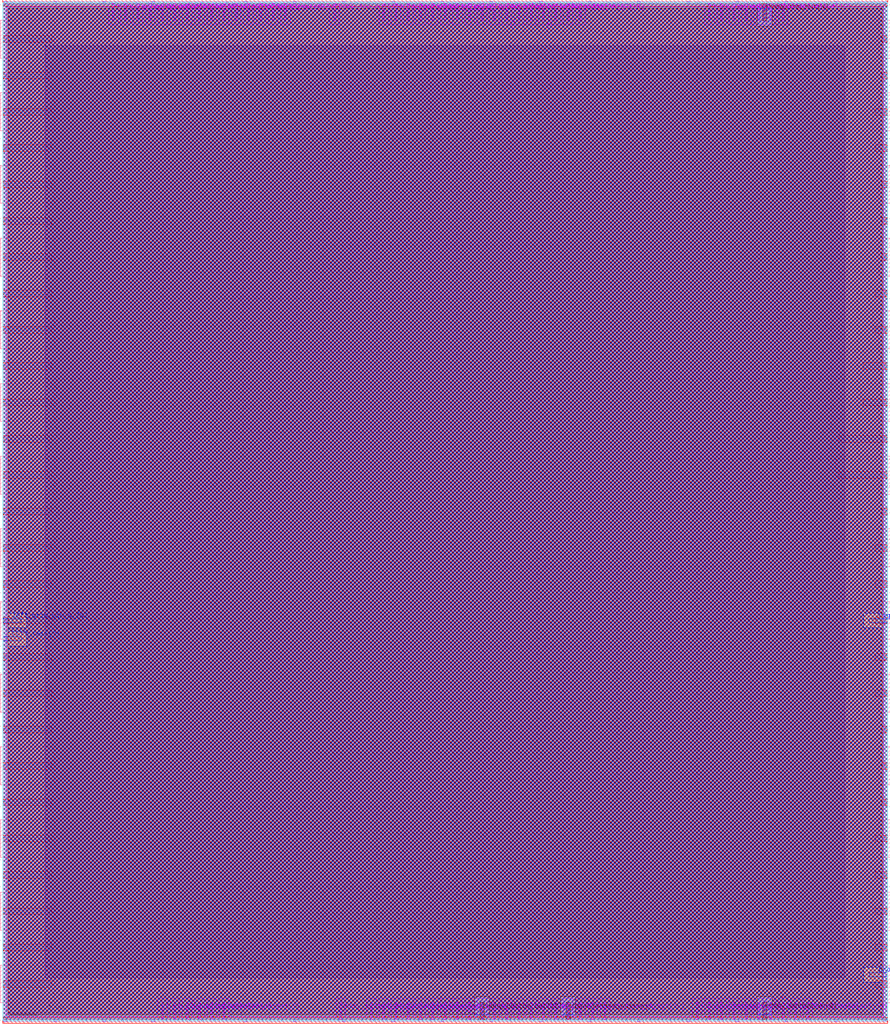
<source format=lef>
VERSION 5.7 ;
BUSBITCHARS "[]" ;

UNITS
  DATABASE MICRONS 1000 ;
END UNITS

MANUFACTURINGGRID 0.005 ;

LAYER nwell
  TYPE MASTERSLICE ;
END nwell

LAYER pwell
  TYPE MASTERSLICE ;
END pwell

LAYER fieldpoly
  TYPE MASTERSLICE ;
END fieldpoly

LAYER li1
  TYPE ROUTING ;
  DIRECTION VERTICAL ;
  PITCH 0.46 ;
  WIDTH 0.17 ;
END li1

LAYER mcon
  TYPE CUT ;
END mcon

LAYER met1
  TYPE ROUTING ;
  DIRECTION HORIZONTAL ;
  PITCH 0.34 ;
  WIDTH 0.14 ;
END met1

LAYER via
  TYPE CUT ;
END via

LAYER met2
  TYPE ROUTING ;
  DIRECTION VERTICAL ;
  PITCH 0.46 ;
  WIDTH 0.14 ;
END met2

LAYER via2
  TYPE CUT ;
END via2

LAYER met3
  TYPE ROUTING ;
  DIRECTION HORIZONTAL ;
  PITCH 0.68 ;
  WIDTH 0.3 ;
END met3

LAYER via3
  TYPE CUT ;
END via3

LAYER met4
  TYPE ROUTING ;
  DIRECTION VERTICAL ;
  PITCH 0.92 ;
  WIDTH 0.3 ;
END met4

LAYER via4
  TYPE CUT ;
END via4

LAYER met5
  TYPE ROUTING ;
  DIRECTION HORIZONTAL ;
  PITCH 3.4 ;
  WIDTH 1.6 ;
END met5

LAYER diff
  TYPE MASTERSLICE ;
END diff

LAYER licon1
  TYPE MASTERSLICE ;
END licon1

LAYER OVERLAP
  TYPE OVERLAP ;
END OVERLAP

VIA L1M1_PR
  LAYER li1 ;
    RECT -0.085 -0.085 0.085 0.085 ;
  LAYER mcon ;
    RECT -0.085 -0.085 0.085 0.085 ;
  LAYER met1 ;
    RECT -0.145 -0.115 0.145 0.115 ;
END L1M1_PR

VIA L1M1_PR_R
  LAYER li1 ;
    RECT -0.085 -0.085 0.085 0.085 ;
  LAYER mcon ;
    RECT -0.085 -0.085 0.085 0.085 ;
  LAYER met1 ;
    RECT -0.115 -0.145 0.115 0.145 ;
END L1M1_PR_R

VIA L1M1_PR_M
  LAYER li1 ;
    RECT -0.085 -0.085 0.085 0.085 ;
  LAYER mcon ;
    RECT -0.085 -0.085 0.085 0.085 ;
  LAYER met1 ;
    RECT -0.115 -0.145 0.115 0.145 ;
END L1M1_PR_M

VIA L1M1_PR_MR
  LAYER li1 ;
    RECT -0.085 -0.085 0.085 0.085 ;
  LAYER mcon ;
    RECT -0.085 -0.085 0.085 0.085 ;
  LAYER met1 ;
    RECT -0.145 -0.115 0.145 0.115 ;
END L1M1_PR_MR

VIA L1M1_PR_C
  LAYER li1 ;
    RECT -0.085 -0.085 0.085 0.085 ;
  LAYER mcon ;
    RECT -0.085 -0.085 0.085 0.085 ;
  LAYER met1 ;
    RECT -0.145 -0.145 0.145 0.145 ;
END L1M1_PR_C

VIA M1M2_PR
  LAYER met1 ;
    RECT -0.16 -0.13 0.16 0.13 ;
  LAYER via ;
    RECT -0.075 -0.075 0.075 0.075 ;
  LAYER met2 ;
    RECT -0.13 -0.16 0.13 0.16 ;
END M1M2_PR

VIA M1M2_PR_Enc
  LAYER met1 ;
    RECT -0.16 -0.13 0.16 0.13 ;
  LAYER via ;
    RECT -0.075 -0.075 0.075 0.075 ;
  LAYER met2 ;
    RECT -0.16 -0.13 0.16 0.13 ;
END M1M2_PR_Enc

VIA M1M2_PR_R
  LAYER met1 ;
    RECT -0.13 -0.16 0.13 0.16 ;
  LAYER via ;
    RECT -0.075 -0.075 0.075 0.075 ;
  LAYER met2 ;
    RECT -0.16 -0.13 0.16 0.13 ;
END M1M2_PR_R

VIA M1M2_PR_R_Enc
  LAYER met1 ;
    RECT -0.13 -0.16 0.13 0.16 ;
  LAYER via ;
    RECT -0.075 -0.075 0.075 0.075 ;
  LAYER met2 ;
    RECT -0.13 -0.16 0.13 0.16 ;
END M1M2_PR_R_Enc

VIA M1M2_PR_M
  LAYER met1 ;
    RECT -0.16 -0.13 0.16 0.13 ;
  LAYER via ;
    RECT -0.075 -0.075 0.075 0.075 ;
  LAYER met2 ;
    RECT -0.16 -0.13 0.16 0.13 ;
END M1M2_PR_M

VIA M1M2_PR_M_Enc
  LAYER met1 ;
    RECT -0.16 -0.13 0.16 0.13 ;
  LAYER via ;
    RECT -0.075 -0.075 0.075 0.075 ;
  LAYER met2 ;
    RECT -0.13 -0.16 0.13 0.16 ;
END M1M2_PR_M_Enc

VIA M1M2_PR_MR
  LAYER met1 ;
    RECT -0.13 -0.16 0.13 0.16 ;
  LAYER via ;
    RECT -0.075 -0.075 0.075 0.075 ;
  LAYER met2 ;
    RECT -0.13 -0.16 0.13 0.16 ;
END M1M2_PR_MR

VIA M1M2_PR_MR_Enc
  LAYER met1 ;
    RECT -0.13 -0.16 0.13 0.16 ;
  LAYER via ;
    RECT -0.075 -0.075 0.075 0.075 ;
  LAYER met2 ;
    RECT -0.16 -0.13 0.16 0.13 ;
END M1M2_PR_MR_Enc

VIA M1M2_PR_C
  LAYER met1 ;
    RECT -0.16 -0.16 0.16 0.16 ;
  LAYER via ;
    RECT -0.075 -0.075 0.075 0.075 ;
  LAYER met2 ;
    RECT -0.16 -0.16 0.16 0.16 ;
END M1M2_PR_C

VIA M2M3_PR
  LAYER met2 ;
    RECT -0.14 -0.185 0.14 0.185 ;
  LAYER via2 ;
    RECT -0.1 -0.1 0.1 0.1 ;
  LAYER met3 ;
    RECT -0.165 -0.165 0.165 0.165 ;
END M2M3_PR

VIA M2M3_PR_R
  LAYER met2 ;
    RECT -0.185 -0.14 0.185 0.14 ;
  LAYER via2 ;
    RECT -0.1 -0.1 0.1 0.1 ;
  LAYER met3 ;
    RECT -0.165 -0.165 0.165 0.165 ;
END M2M3_PR_R

VIA M2M3_PR_M
  LAYER met2 ;
    RECT -0.14 -0.185 0.14 0.185 ;
  LAYER via2 ;
    RECT -0.1 -0.1 0.1 0.1 ;
  LAYER met3 ;
    RECT -0.165 -0.165 0.165 0.165 ;
END M2M3_PR_M

VIA M2M3_PR_MR
  LAYER met2 ;
    RECT -0.185 -0.14 0.185 0.14 ;
  LAYER via2 ;
    RECT -0.1 -0.1 0.1 0.1 ;
  LAYER met3 ;
    RECT -0.165 -0.165 0.165 0.165 ;
END M2M3_PR_MR

VIA M2M3_PR_C
  LAYER met2 ;
    RECT -0.185 -0.185 0.185 0.185 ;
  LAYER via2 ;
    RECT -0.1 -0.1 0.1 0.1 ;
  LAYER met3 ;
    RECT -0.165 -0.165 0.165 0.165 ;
END M2M3_PR_C

VIA M3M4_PR
  LAYER met3 ;
    RECT -0.19 -0.16 0.19 0.16 ;
  LAYER via3 ;
    RECT -0.1 -0.1 0.1 0.1 ;
  LAYER met4 ;
    RECT -0.165 -0.165 0.165 0.165 ;
END M3M4_PR

VIA M3M4_PR_R
  LAYER met3 ;
    RECT -0.16 -0.19 0.16 0.19 ;
  LAYER via3 ;
    RECT -0.1 -0.1 0.1 0.1 ;
  LAYER met4 ;
    RECT -0.165 -0.165 0.165 0.165 ;
END M3M4_PR_R

VIA M3M4_PR_M
  LAYER met3 ;
    RECT -0.19 -0.16 0.19 0.16 ;
  LAYER via3 ;
    RECT -0.1 -0.1 0.1 0.1 ;
  LAYER met4 ;
    RECT -0.165 -0.165 0.165 0.165 ;
END M3M4_PR_M

VIA M3M4_PR_MR
  LAYER met3 ;
    RECT -0.16 -0.19 0.16 0.19 ;
  LAYER via3 ;
    RECT -0.1 -0.1 0.1 0.1 ;
  LAYER met4 ;
    RECT -0.165 -0.165 0.165 0.165 ;
END M3M4_PR_MR

VIA M3M4_PR_C
  LAYER met3 ;
    RECT -0.19 -0.19 0.19 0.19 ;
  LAYER via3 ;
    RECT -0.1 -0.1 0.1 0.1 ;
  LAYER met4 ;
    RECT -0.165 -0.165 0.165 0.165 ;
END M3M4_PR_C

VIA M4M5_PR
  LAYER met4 ;
    RECT -0.59 -0.59 0.59 0.59 ;
  LAYER via4 ;
    RECT -0.4 -0.4 0.4 0.4 ;
  LAYER met5 ;
    RECT -0.71 -0.71 0.71 0.71 ;
END M4M5_PR

VIA M4M5_PR_R
  LAYER met4 ;
    RECT -0.59 -0.59 0.59 0.59 ;
  LAYER via4 ;
    RECT -0.4 -0.4 0.4 0.4 ;
  LAYER met5 ;
    RECT -0.71 -0.71 0.71 0.71 ;
END M4M5_PR_R

VIA M4M5_PR_M
  LAYER met4 ;
    RECT -0.59 -0.59 0.59 0.59 ;
  LAYER via4 ;
    RECT -0.4 -0.4 0.4 0.4 ;
  LAYER met5 ;
    RECT -0.71 -0.71 0.71 0.71 ;
END M4M5_PR_M

VIA M4M5_PR_MR
  LAYER met4 ;
    RECT -0.59 -0.59 0.59 0.59 ;
  LAYER via4 ;
    RECT -0.4 -0.4 0.4 0.4 ;
  LAYER met5 ;
    RECT -0.71 -0.71 0.71 0.71 ;
END M4M5_PR_MR

VIA M4M5_PR_C
  LAYER met4 ;
    RECT -0.59 -0.59 0.59 0.59 ;
  LAYER via4 ;
    RECT -0.4 -0.4 0.4 0.4 ;
  LAYER met5 ;
    RECT -0.71 -0.71 0.71 0.71 ;
END M4M5_PR_C

SITE unit
  CLASS CORE ;
  SYMMETRY Y ;
  SIZE 0.46 BY 2.72 ;
END unit

SITE unithddbl
  CLASS CORE ;
  SIZE 0.46 BY 5.44 ;
END unithddbl

MACRO cby_0__1_
  CLASS BLOCK ;
  ORIGIN 0 0 ;
  SIZE 66.24 BY 76.16 ;
  SYMMETRY X Y ;
  PIN prog_clk[0]
    DIRECTION INPUT ;
    USE CLOCK ;
    PORT
      LAYER met3 ;
        RECT 64.86 3.25 66.24 3.55 ;
    END
  END prog_clk[0]
  PIN chany_bottom_in[0]
    DIRECTION INPUT ;
    USE SIGNAL ;
    PORT
      LAYER met2 ;
        RECT 44.09 0 44.23 1.36 ;
    END
  END chany_bottom_in[0]
  PIN chany_bottom_in[1]
    DIRECTION INPUT ;
    USE SIGNAL ;
    PORT
      LAYER met2 ;
        RECT 54.67 0 54.81 1.36 ;
    END
  END chany_bottom_in[1]
  PIN chany_bottom_in[2]
    DIRECTION INPUT ;
    USE SIGNAL ;
    PORT
      LAYER met2 ;
        RECT 29.37 0 29.51 1.36 ;
    END
  END chany_bottom_in[2]
  PIN chany_bottom_in[3]
    DIRECTION INPUT ;
    USE SIGNAL ;
    PORT
      LAYER met2 ;
        RECT 39.49 0 39.63 1.36 ;
    END
  END chany_bottom_in[3]
  PIN chany_bottom_in[4]
    DIRECTION INPUT ;
    USE SIGNAL ;
    PORT
      LAYER met2 ;
        RECT 25.23 0 25.37 1.36 ;
    END
  END chany_bottom_in[4]
  PIN chany_bottom_in[5]
    DIRECTION INPUT ;
    USE SIGNAL ;
    PORT
      LAYER met2 ;
        RECT 33.05 0 33.19 1.36 ;
    END
  END chany_bottom_in[5]
  PIN chany_bottom_in[6]
    DIRECTION INPUT ;
    USE SIGNAL ;
    PORT
      LAYER met2 ;
        RECT 14.65 0 14.79 1.36 ;
    END
  END chany_bottom_in[6]
  PIN chany_bottom_in[7]
    DIRECTION INPUT ;
    USE SIGNAL ;
    PORT
      LAYER met2 ;
        RECT 55.59 0 55.73 1.36 ;
    END
  END chany_bottom_in[7]
  PIN chany_bottom_in[8]
    DIRECTION INPUT ;
    USE SIGNAL ;
    PORT
      LAYER met4 ;
        RECT 56.89 0 57.19 1.36 ;
    END
  END chany_bottom_in[8]
  PIN chany_bottom_in[9]
    DIRECTION INPUT ;
    USE SIGNAL ;
    PORT
      LAYER met2 ;
        RECT 13.73 0 13.87 1.36 ;
    END
  END chany_bottom_in[9]
  PIN chany_bottom_in[10]
    DIRECTION INPUT ;
    USE SIGNAL ;
    PORT
      LAYER met2 ;
        RECT 28.45 0 28.59 1.36 ;
    END
  END chany_bottom_in[10]
  PIN chany_bottom_in[11]
    DIRECTION INPUT ;
    USE SIGNAL ;
    PORT
      LAYER met2 ;
        RECT 32.13 0 32.27 1.36 ;
    END
  END chany_bottom_in[11]
  PIN chany_bottom_in[12]
    DIRECTION INPUT ;
    USE SIGNAL ;
    PORT
      LAYER met2 ;
        RECT 12.81 0 12.95 1.36 ;
    END
  END chany_bottom_in[12]
  PIN chany_bottom_in[13]
    DIRECTION INPUT ;
    USE SIGNAL ;
    PORT
      LAYER met2 ;
        RECT 56.51 0 56.65 1.36 ;
    END
  END chany_bottom_in[13]
  PIN chany_bottom_in[14]
    DIRECTION INPUT ;
    USE SIGNAL ;
    PORT
      LAYER met2 ;
        RECT 33.97 0 34.11 1.36 ;
    END
  END chany_bottom_in[14]
  PIN chany_bottom_in[15]
    DIRECTION INPUT ;
    USE SIGNAL ;
    PORT
      LAYER met2 ;
        RECT 36.73 0 36.87 1.36 ;
    END
  END chany_bottom_in[15]
  PIN chany_bottom_in[16]
    DIRECTION INPUT ;
    USE SIGNAL ;
    PORT
      LAYER met2 ;
        RECT 59.27 0 59.41 1.36 ;
    END
  END chany_bottom_in[16]
  PIN chany_bottom_in[17]
    DIRECTION INPUT ;
    USE SIGNAL ;
    PORT
      LAYER met2 ;
        RECT 38.57 0 38.71 1.36 ;
    END
  END chany_bottom_in[17]
  PIN chany_bottom_in[18]
    DIRECTION INPUT ;
    USE SIGNAL ;
    PORT
      LAYER met2 ;
        RECT 34.89 0 35.03 1.36 ;
    END
  END chany_bottom_in[18]
  PIN chany_bottom_in[19]
    DIRECTION INPUT ;
    USE SIGNAL ;
    PORT
      LAYER met2 ;
        RECT 35.81 0 35.95 1.36 ;
    END
  END chany_bottom_in[19]
  PIN chany_top_in[0]
    DIRECTION INPUT ;
    USE SIGNAL ;
    PORT
      LAYER met2 ;
        RECT 40.41 74.8 40.55 76.16 ;
    END
  END chany_top_in[0]
  PIN chany_top_in[1]
    DIRECTION INPUT ;
    USE SIGNAL ;
    PORT
      LAYER met2 ;
        RECT 54.67 74.8 54.81 76.16 ;
    END
  END chany_top_in[1]
  PIN chany_top_in[2]
    DIRECTION INPUT ;
    USE SIGNAL ;
    PORT
      LAYER met2 ;
        RECT 29.37 74.8 29.51 76.16 ;
    END
  END chany_top_in[2]
  PIN chany_top_in[3]
    DIRECTION INPUT ;
    USE SIGNAL ;
    PORT
      LAYER met2 ;
        RECT 33.97 74.8 34.11 76.16 ;
    END
  END chany_top_in[3]
  PIN chany_top_in[4]
    DIRECTION INPUT ;
    USE SIGNAL ;
    PORT
      LAYER met2 ;
        RECT 31.21 74.8 31.35 76.16 ;
    END
  END chany_top_in[4]
  PIN chany_top_in[5]
    DIRECTION INPUT ;
    USE SIGNAL ;
    PORT
      LAYER met2 ;
        RECT 38.57 74.8 38.71 76.16 ;
    END
  END chany_top_in[5]
  PIN chany_top_in[6]
    DIRECTION INPUT ;
    USE SIGNAL ;
    PORT
      LAYER met2 ;
        RECT 10.97 74.8 11.11 76.16 ;
    END
  END chany_top_in[6]
  PIN chany_top_in[7]
    DIRECTION INPUT ;
    USE SIGNAL ;
    PORT
      LAYER met2 ;
        RECT 16.49 74.8 16.63 76.16 ;
    END
  END chany_top_in[7]
  PIN chany_top_in[8]
    DIRECTION INPUT ;
    USE SIGNAL ;
    PORT
      LAYER met2 ;
        RECT 35.81 74.8 35.95 76.16 ;
    END
  END chany_top_in[8]
  PIN chany_top_in[9]
    DIRECTION INPUT ;
    USE SIGNAL ;
    PORT
      LAYER met2 ;
        RECT 11.89 74.8 12.03 76.16 ;
    END
  END chany_top_in[9]
  PIN chany_top_in[10]
    DIRECTION INPUT ;
    USE SIGNAL ;
    PORT
      LAYER met2 ;
        RECT 55.59 74.8 55.73 76.16 ;
    END
  END chany_top_in[10]
  PIN chany_top_in[11]
    DIRECTION INPUT ;
    USE SIGNAL ;
    PORT
      LAYER met2 ;
        RECT 33.05 74.8 33.19 76.16 ;
    END
  END chany_top_in[11]
  PIN chany_top_in[12]
    DIRECTION INPUT ;
    USE SIGNAL ;
    PORT
      LAYER met2 ;
        RECT 17.41 74.8 17.55 76.16 ;
    END
  END chany_top_in[12]
  PIN chany_top_in[13]
    DIRECTION INPUT ;
    USE SIGNAL ;
    PORT
      LAYER met2 ;
        RECT 56.51 74.8 56.65 76.16 ;
    END
  END chany_top_in[13]
  PIN chany_top_in[14]
    DIRECTION INPUT ;
    USE SIGNAL ;
    PORT
      LAYER met2 ;
        RECT 15.57 74.8 15.71 76.16 ;
    END
  END chany_top_in[14]
  PIN chany_top_in[15]
    DIRECTION INPUT ;
    USE SIGNAL ;
    PORT
      LAYER met2 ;
        RECT 12.81 74.8 12.95 76.16 ;
    END
  END chany_top_in[15]
  PIN chany_top_in[16]
    DIRECTION INPUT ;
    USE SIGNAL ;
    PORT
      LAYER met2 ;
        RECT 41.33 74.8 41.47 76.16 ;
    END
  END chany_top_in[16]
  PIN chany_top_in[17]
    DIRECTION INPUT ;
    USE SIGNAL ;
    PORT
      LAYER met2 ;
        RECT 32.13 74.8 32.27 76.16 ;
    END
  END chany_top_in[17]
  PIN chany_top_in[18]
    DIRECTION INPUT ;
    USE SIGNAL ;
    PORT
      LAYER met2 ;
        RECT 14.65 74.8 14.79 76.16 ;
    END
  END chany_top_in[18]
  PIN chany_top_in[19]
    DIRECTION INPUT ;
    USE SIGNAL ;
    PORT
      LAYER met2 ;
        RECT 13.73 74.8 13.87 76.16 ;
    END
  END chany_top_in[19]
  PIN ccff_head[0]
    DIRECTION INPUT ;
    USE SIGNAL ;
    PORT
      LAYER met2 ;
        RECT 18.33 74.8 18.47 76.16 ;
    END
  END ccff_head[0]
  PIN chany_bottom_out[0]
    DIRECTION OUTPUT ;
    USE SIGNAL ;
    PORT
      LAYER met2 ;
        RECT 43.17 0 43.31 1.36 ;
    END
  END chany_bottom_out[0]
  PIN chany_bottom_out[1]
    DIRECTION OUTPUT ;
    USE SIGNAL ;
    PORT
      LAYER met2 ;
        RECT 52.83 0 52.97 1.36 ;
    END
  END chany_bottom_out[1]
  PIN chany_bottom_out[2]
    DIRECTION OUTPUT ;
    USE SIGNAL ;
    PORT
      LAYER met2 ;
        RECT 42.25 0 42.39 1.36 ;
    END
  END chany_bottom_out[2]
  PIN chany_bottom_out[3]
    DIRECTION OUTPUT ;
    USE SIGNAL ;
    PORT
      LAYER met2 ;
        RECT 16.49 0 16.63 1.36 ;
    END
  END chany_bottom_out[3]
  PIN chany_bottom_out[4]
    DIRECTION OUTPUT ;
    USE SIGNAL ;
    PORT
      LAYER met2 ;
        RECT 15.57 0 15.71 1.36 ;
    END
  END chany_bottom_out[4]
  PIN chany_bottom_out[5]
    DIRECTION OUTPUT ;
    USE SIGNAL ;
    PORT
      LAYER met2 ;
        RECT 30.29 0 30.43 1.36 ;
    END
  END chany_bottom_out[5]
  PIN chany_bottom_out[6]
    DIRECTION OUTPUT ;
    USE SIGNAL ;
    PORT
      LAYER met2 ;
        RECT 40.41 0 40.55 1.36 ;
    END
  END chany_bottom_out[6]
  PIN chany_bottom_out[7]
    DIRECTION OUTPUT ;
    USE SIGNAL ;
    PORT
      LAYER met2 ;
        RECT 58.35 0 58.49 1.36 ;
    END
  END chany_bottom_out[7]
  PIN chany_bottom_out[8]
    DIRECTION OUTPUT ;
    USE SIGNAL ;
    PORT
      LAYER met2 ;
        RECT 53.75 0 53.89 1.36 ;
    END
  END chany_bottom_out[8]
  PIN chany_bottom_out[9]
    DIRECTION OUTPUT ;
    USE SIGNAL ;
    PORT
      LAYER met2 ;
        RECT 41.33 0 41.47 1.36 ;
    END
  END chany_bottom_out[9]
  PIN chany_bottom_out[10]
    DIRECTION OUTPUT ;
    USE SIGNAL ;
    PORT
      LAYER met2 ;
        RECT 45.01 0 45.15 1.36 ;
    END
  END chany_bottom_out[10]
  PIN chany_bottom_out[11]
    DIRECTION OUTPUT ;
    USE SIGNAL ;
    PORT
      LAYER met2 ;
        RECT 31.21 0 31.35 1.36 ;
    END
  END chany_bottom_out[11]
  PIN chany_bottom_out[12]
    DIRECTION OUTPUT ;
    USE SIGNAL ;
    PORT
      LAYER met2 ;
        RECT 57.43 0 57.57 1.36 ;
    END
  END chany_bottom_out[12]
  PIN chany_bottom_out[13]
    DIRECTION OUTPUT ;
    USE SIGNAL ;
    PORT
      LAYER met2 ;
        RECT 51.91 0 52.05 1.36 ;
    END
  END chany_bottom_out[13]
  PIN chany_bottom_out[14]
    DIRECTION OUTPUT ;
    USE SIGNAL ;
    PORT
      LAYER met2 ;
        RECT 60.19 0 60.33 1.36 ;
    END
  END chany_bottom_out[14]
  PIN chany_bottom_out[15]
    DIRECTION OUTPUT ;
    USE SIGNAL ;
    PORT
      LAYER met2 ;
        RECT 27.53 0 27.67 1.36 ;
    END
  END chany_bottom_out[15]
  PIN chany_bottom_out[16]
    DIRECTION OUTPUT ;
    USE SIGNAL ;
    PORT
      LAYER met4 ;
        RECT 42.17 0 42.47 1.36 ;
    END
  END chany_bottom_out[16]
  PIN chany_bottom_out[17]
    DIRECTION OUTPUT ;
    USE SIGNAL ;
    PORT
      LAYER met2 ;
        RECT 37.65 0 37.79 1.36 ;
    END
  END chany_bottom_out[17]
  PIN chany_bottom_out[18]
    DIRECTION OUTPUT ;
    USE SIGNAL ;
    PORT
      LAYER met4 ;
        RECT 35.73 0 36.03 1.36 ;
    END
  END chany_bottom_out[18]
  PIN chany_bottom_out[19]
    DIRECTION OUTPUT ;
    USE SIGNAL ;
    PORT
      LAYER met2 ;
        RECT 11.89 0 12.03 1.36 ;
    END
  END chany_bottom_out[19]
  PIN chany_top_out[0]
    DIRECTION OUTPUT ;
    USE SIGNAL ;
    PORT
      LAYER met2 ;
        RECT 34.89 74.8 35.03 76.16 ;
    END
  END chany_top_out[0]
  PIN chany_top_out[1]
    DIRECTION OUTPUT ;
    USE SIGNAL ;
    PORT
      LAYER met2 ;
        RECT 24.77 74.8 24.91 76.16 ;
    END
  END chany_top_out[1]
  PIN chany_top_out[2]
    DIRECTION OUTPUT ;
    USE SIGNAL ;
    PORT
      LAYER met2 ;
        RECT 53.75 74.8 53.89 76.16 ;
    END
  END chany_top_out[2]
  PIN chany_top_out[3]
    DIRECTION OUTPUT ;
    USE SIGNAL ;
    PORT
      LAYER met2 ;
        RECT 36.73 74.8 36.87 76.16 ;
    END
  END chany_top_out[3]
  PIN chany_top_out[4]
    DIRECTION OUTPUT ;
    USE SIGNAL ;
    PORT
      LAYER met4 ;
        RECT 56.89 74.8 57.19 76.16 ;
    END
  END chany_top_out[4]
  PIN chany_top_out[5]
    DIRECTION OUTPUT ;
    USE SIGNAL ;
    PORT
      LAYER met2 ;
        RECT 52.83 74.8 52.97 76.16 ;
    END
  END chany_top_out[5]
  PIN chany_top_out[6]
    DIRECTION OUTPUT ;
    USE SIGNAL ;
    PORT
      LAYER met2 ;
        RECT 43.17 74.8 43.31 76.16 ;
    END
  END chany_top_out[6]
  PIN chany_top_out[7]
    DIRECTION OUTPUT ;
    USE SIGNAL ;
    PORT
      LAYER met2 ;
        RECT 10.05 74.8 10.19 76.16 ;
    END
  END chany_top_out[7]
  PIN chany_top_out[8]
    DIRECTION OUTPUT ;
    USE SIGNAL ;
    PORT
      LAYER met2 ;
        RECT 42.25 74.8 42.39 76.16 ;
    END
  END chany_top_out[8]
  PIN chany_top_out[9]
    DIRECTION OUTPUT ;
    USE SIGNAL ;
    PORT
      LAYER met2 ;
        RECT 8.21 74.8 8.35 76.16 ;
    END
  END chany_top_out[9]
  PIN chany_top_out[10]
    DIRECTION OUTPUT ;
    USE SIGNAL ;
    PORT
      LAYER met2 ;
        RECT 21.09 74.8 21.23 76.16 ;
    END
  END chany_top_out[10]
  PIN chany_top_out[11]
    DIRECTION OUTPUT ;
    USE SIGNAL ;
    PORT
      LAYER met2 ;
        RECT 37.65 74.8 37.79 76.16 ;
    END
  END chany_top_out[11]
  PIN chany_top_out[12]
    DIRECTION OUTPUT ;
    USE SIGNAL ;
    PORT
      LAYER met2 ;
        RECT 58.35 74.8 58.49 76.16 ;
    END
  END chany_top_out[12]
  PIN chany_top_out[13]
    DIRECTION OUTPUT ;
    USE SIGNAL ;
    PORT
      LAYER met2 ;
        RECT 39.49 74.8 39.63 76.16 ;
    END
  END chany_top_out[13]
  PIN chany_top_out[14]
    DIRECTION OUTPUT ;
    USE SIGNAL ;
    PORT
      LAYER met2 ;
        RECT 57.43 74.8 57.57 76.16 ;
    END
  END chany_top_out[14]
  PIN chany_top_out[15]
    DIRECTION OUTPUT ;
    USE SIGNAL ;
    PORT
      LAYER met2 ;
        RECT 9.13 74.8 9.27 76.16 ;
    END
  END chany_top_out[15]
  PIN chany_top_out[16]
    DIRECTION OUTPUT ;
    USE SIGNAL ;
    PORT
      LAYER met2 ;
        RECT 28.45 74.8 28.59 76.16 ;
    END
  END chany_top_out[16]
  PIN chany_top_out[17]
    DIRECTION OUTPUT ;
    USE SIGNAL ;
    PORT
      LAYER met2 ;
        RECT 20.17 74.8 20.31 76.16 ;
    END
  END chany_top_out[17]
  PIN chany_top_out[18]
    DIRECTION OUTPUT ;
    USE SIGNAL ;
    PORT
      LAYER met2 ;
        RECT 19.25 74.8 19.39 76.16 ;
    END
  END chany_top_out[18]
  PIN chany_top_out[19]
    DIRECTION OUTPUT ;
    USE SIGNAL ;
    PORT
      LAYER met2 ;
        RECT 30.29 74.8 30.43 76.16 ;
    END
  END chany_top_out[19]
  PIN right_grid_pin_52_[0]
    DIRECTION OUTPUT ;
    USE SIGNAL ;
    PORT
      LAYER met3 ;
        RECT 64.86 29.77 66.24 30.07 ;
    END
  END right_grid_pin_52_[0]
  PIN left_grid_pin_0_[0]
    DIRECTION OUTPUT ;
    USE SIGNAL ;
    PORT
      LAYER met3 ;
        RECT 0 29.77 1.38 30.07 ;
    END
  END left_grid_pin_0_[0]
  PIN ccff_tail[0]
    DIRECTION OUTPUT ;
    USE SIGNAL ;
    PORT
      LAYER met3 ;
        RECT 0 28.41 1.38 28.71 ;
    END
  END ccff_tail[0]
  PIN VDD
    DIRECTION INPUT ;
    USE POWER ;
  END VDD
  PIN VSS
    DIRECTION INPUT ;
    USE GROUND ;
  END VSS
  OBS
    LAYER li1 ;
      RECT 0 76.075 66.24 76.245 ;
      RECT 65.78 73.355 66.24 73.525 ;
      RECT 0 73.355 3.68 73.525 ;
      RECT 65.78 70.635 66.24 70.805 ;
      RECT 0 70.635 3.68 70.805 ;
      RECT 65.32 67.915 66.24 68.085 ;
      RECT 0 67.915 3.68 68.085 ;
      RECT 65.32 65.195 66.24 65.365 ;
      RECT 0 65.195 3.68 65.365 ;
      RECT 65.78 62.475 66.24 62.645 ;
      RECT 0 62.475 3.68 62.645 ;
      RECT 65.78 59.755 66.24 59.925 ;
      RECT 0 59.755 3.68 59.925 ;
      RECT 65.78 57.035 66.24 57.205 ;
      RECT 0 57.035 3.68 57.205 ;
      RECT 65.32 54.315 66.24 54.485 ;
      RECT 0 54.315 3.68 54.485 ;
      RECT 65.32 51.595 66.24 51.765 ;
      RECT 0 51.595 3.68 51.765 ;
      RECT 64.4 48.875 66.24 49.045 ;
      RECT 0 48.875 3.68 49.045 ;
      RECT 64.4 46.155 66.24 46.325 ;
      RECT 0 46.155 3.68 46.325 ;
      RECT 62.56 43.435 66.24 43.605 ;
      RECT 0 43.435 3.68 43.605 ;
      RECT 62.56 40.715 66.24 40.885 ;
      RECT 0 40.715 3.68 40.885 ;
      RECT 65.78 37.995 66.24 38.165 ;
      RECT 0 37.995 3.68 38.165 ;
      RECT 65.32 35.275 66.24 35.445 ;
      RECT 0 35.275 3.68 35.445 ;
      RECT 65.32 32.555 66.24 32.725 ;
      RECT 0 32.555 3.68 32.725 ;
      RECT 65.32 29.835 66.24 30.005 ;
      RECT 0 29.835 3.68 30.005 ;
      RECT 65.32 27.115 66.24 27.285 ;
      RECT 0 27.115 3.68 27.285 ;
      RECT 65.32 24.395 66.24 24.565 ;
      RECT 0 24.395 3.68 24.565 ;
      RECT 65.78 21.675 66.24 21.845 ;
      RECT 0 21.675 3.68 21.845 ;
      RECT 65.78 18.955 66.24 19.125 ;
      RECT 0 18.955 3.68 19.125 ;
      RECT 65.78 16.235 66.24 16.405 ;
      RECT 0 16.235 3.68 16.405 ;
      RECT 65.32 13.515 66.24 13.685 ;
      RECT 0 13.515 3.68 13.685 ;
      RECT 65.32 10.795 66.24 10.965 ;
      RECT 0 10.795 3.68 10.965 ;
      RECT 65.32 8.075 66.24 8.245 ;
      RECT 0 8.075 3.68 8.245 ;
      RECT 65.32 5.355 66.24 5.525 ;
      RECT 0 5.355 3.68 5.525 ;
      RECT 65.32 2.635 66.24 2.805 ;
      RECT 0 2.635 3.68 2.805 ;
      RECT 0 -0.085 66.24 0.085 ;
    LAYER met3 ;
      POLYGON 65.84 75.76 65.84 30.47 64.46 30.47 64.46 29.37 65.84 29.37 65.84 3.95 64.46 3.95 64.46 2.85 65.84 2.85 65.84 0.4 0.4 0.4 0.4 28.01 1.78 28.01 1.78 29.11 0.4 29.11 0.4 29.37 1.78 29.37 1.78 30.47 0.4 30.47 0.4 75.76 ;
    LAYER met2 ;
      POLYGON 38.25 74.87 38.25 74.62 38.31 74.62 38.31 74.3 38.05 74.3 38.05 74.52 38.07 74.52 38.07 74.87 ;
      RECT 40.81 74.3 41.07 74.62 ;
      POLYGON 65.96 75.88 65.96 0.28 60.61 0.28 60.61 1.64 59.91 1.64 59.91 0.28 59.69 0.28 59.69 1.64 58.99 1.64 58.99 0.28 58.77 0.28 58.77 1.64 58.07 1.64 58.07 0.28 57.85 0.28 57.85 1.64 57.15 1.64 57.15 0.28 56.93 0.28 56.93 1.64 56.23 1.64 56.23 0.28 56.01 0.28 56.01 1.64 55.31 1.64 55.31 0.28 55.09 0.28 55.09 1.64 54.39 1.64 54.39 0.28 54.17 0.28 54.17 1.64 53.47 1.64 53.47 0.28 53.25 0.28 53.25 1.64 52.55 1.64 52.55 0.28 52.33 0.28 52.33 1.64 51.63 1.64 51.63 0.28 45.43 0.28 45.43 1.64 44.73 1.64 44.73 0.28 44.51 0.28 44.51 1.64 43.81 1.64 43.81 0.28 43.59 0.28 43.59 1.64 42.89 1.64 42.89 0.28 42.67 0.28 42.67 1.64 41.97 1.64 41.97 0.28 41.75 0.28 41.75 1.64 41.05 1.64 41.05 0.28 40.83 0.28 40.83 1.64 40.13 1.64 40.13 0.28 39.91 0.28 39.91 1.64 39.21 1.64 39.21 0.28 38.99 0.28 38.99 1.64 38.29 1.64 38.29 0.28 38.07 0.28 38.07 1.64 37.37 1.64 37.37 0.28 37.15 0.28 37.15 1.64 36.45 1.64 36.45 0.28 36.23 0.28 36.23 1.64 35.53 1.64 35.53 0.28 35.31 0.28 35.31 1.64 34.61 1.64 34.61 0.28 34.39 0.28 34.39 1.64 33.69 1.64 33.69 0.28 33.47 0.28 33.47 1.64 32.77 1.64 32.77 0.28 32.55 0.28 32.55 1.64 31.85 1.64 31.85 0.28 31.63 0.28 31.63 1.64 30.93 1.64 30.93 0.28 30.71 0.28 30.71 1.64 30.01 1.64 30.01 0.28 29.79 0.28 29.79 1.64 29.09 1.64 29.09 0.28 28.87 0.28 28.87 1.64 28.17 1.64 28.17 0.28 27.95 0.28 27.95 1.64 27.25 1.64 27.25 0.28 25.65 0.28 25.65 1.64 24.95 1.64 24.95 0.28 16.91 0.28 16.91 1.64 16.21 1.64 16.21 0.28 15.99 0.28 15.99 1.64 15.29 1.64 15.29 0.28 15.07 0.28 15.07 1.64 14.37 1.64 14.37 0.28 14.15 0.28 14.15 1.64 13.45 1.64 13.45 0.28 13.23 0.28 13.23 1.64 12.53 1.64 12.53 0.28 12.31 0.28 12.31 1.64 11.61 1.64 11.61 0.28 0.28 0.28 0.28 75.88 7.93 75.88 7.93 74.52 8.63 74.52 8.63 75.88 8.85 75.88 8.85 74.52 9.55 74.52 9.55 75.88 9.77 75.88 9.77 74.52 10.47 74.52 10.47 75.88 10.69 75.88 10.69 74.52 11.39 74.52 11.39 75.88 11.61 75.88 11.61 74.52 12.31 74.52 12.31 75.88 12.53 75.88 12.53 74.52 13.23 74.52 13.23 75.88 13.45 75.88 13.45 74.52 14.15 74.52 14.15 75.88 14.37 75.88 14.37 74.52 15.07 74.52 15.07 75.88 15.29 75.88 15.29 74.52 15.99 74.52 15.99 75.88 16.21 75.88 16.21 74.52 16.91 74.52 16.91 75.88 17.13 75.88 17.13 74.52 17.83 74.52 17.83 75.88 18.05 75.88 18.05 74.52 18.75 74.52 18.75 75.88 18.97 75.88 18.97 74.52 19.67 74.52 19.67 75.88 19.89 75.88 19.89 74.52 20.59 74.52 20.59 75.88 20.81 75.88 20.81 74.52 21.51 74.52 21.51 75.88 24.49 75.88 24.49 74.52 25.19 74.52 25.19 75.88 28.17 75.88 28.17 74.52 28.87 74.52 28.87 75.88 29.09 75.88 29.09 74.52 29.79 74.52 29.79 75.88 30.01 75.88 30.01 74.52 30.71 74.52 30.71 75.88 30.93 75.88 30.93 74.52 31.63 74.52 31.63 75.88 31.85 75.88 31.85 74.52 32.55 74.52 32.55 75.88 32.77 75.88 32.77 74.52 33.47 74.52 33.47 75.88 33.69 75.88 33.69 74.52 34.39 74.52 34.39 75.88 34.61 75.88 34.61 74.52 35.31 74.52 35.31 75.88 35.53 75.88 35.53 74.52 36.23 74.52 36.23 75.88 36.45 75.88 36.45 74.52 37.15 74.52 37.15 75.88 37.37 75.88 37.37 74.52 38.07 74.52 38.07 75.88 38.29 75.88 38.29 74.52 38.99 74.52 38.99 75.88 39.21 75.88 39.21 74.52 39.91 74.52 39.91 75.88 40.13 75.88 40.13 74.52 40.83 74.52 40.83 75.88 41.05 75.88 41.05 74.52 41.75 74.52 41.75 75.88 41.97 75.88 41.97 74.52 42.67 74.52 42.67 75.88 42.89 75.88 42.89 74.52 43.59 74.52 43.59 75.88 52.55 75.88 52.55 74.52 53.25 74.52 53.25 75.88 53.47 75.88 53.47 74.52 54.17 74.52 54.17 75.88 54.39 75.88 54.39 74.52 55.09 74.52 55.09 75.88 55.31 75.88 55.31 74.52 56.01 74.52 56.01 75.88 56.23 75.88 56.23 74.52 56.93 74.52 56.93 75.88 57.15 75.88 57.15 74.52 57.85 74.52 57.85 75.88 58.07 75.88 58.07 74.52 58.77 74.52 58.77 75.88 ;
    LAYER met4 ;
      POLYGON 65.84 75.76 65.84 0.4 57.59 0.4 57.59 1.76 56.49 1.76 56.49 0.4 42.87 0.4 42.87 1.76 41.77 1.76 41.77 0.4 36.43 0.4 36.43 1.76 35.33 1.76 35.33 0.4 0.4 0.4 0.4 75.76 56.49 75.76 56.49 74.4 57.59 74.4 57.59 75.76 ;
    LAYER li1 ;
      RECT 17.105 75.35 17.855 75.895 ;
      RECT 17.105 0.265 17.855 0.81 ;
      RECT 0.34 0.34 65.9 75.82 ;
    LAYER met1 ;
      RECT 0 75.92 66.24 76.4 ;
      RECT 65.78 73.2 66.24 73.68 ;
      RECT 0 73.2 3.68 73.68 ;
      RECT 65.78 70.48 66.24 70.96 ;
      RECT 0 70.48 3.68 70.96 ;
      RECT 65.32 67.76 66.24 68.24 ;
      RECT 0 67.76 3.68 68.24 ;
      RECT 65.32 65.04 66.24 65.52 ;
      RECT 0 65.04 3.68 65.52 ;
      RECT 65.78 62.32 66.24 62.8 ;
      RECT 0 62.32 3.68 62.8 ;
      RECT 65.78 59.6 66.24 60.08 ;
      RECT 0 59.6 3.68 60.08 ;
      RECT 65.78 56.88 66.24 57.36 ;
      RECT 0 56.88 3.68 57.36 ;
      RECT 65.32 54.16 66.24 54.64 ;
      RECT 0 54.16 3.68 54.64 ;
      RECT 65.32 51.44 66.24 51.92 ;
      RECT 0 51.44 3.68 51.92 ;
      RECT 64.4 48.72 66.24 49.2 ;
      RECT 0 48.72 3.68 49.2 ;
      RECT 64.4 46 66.24 46.48 ;
      RECT 0 46 3.68 46.48 ;
      RECT 62.56 43.28 66.24 43.76 ;
      RECT 0 43.28 3.68 43.76 ;
      RECT 62.56 40.56 66.24 41.04 ;
      RECT 0 40.56 3.68 41.04 ;
      RECT 65.78 37.84 66.24 38.32 ;
      RECT 0 37.84 3.68 38.32 ;
      RECT 65.32 35.12 66.24 35.6 ;
      RECT 0 35.12 3.68 35.6 ;
      RECT 65.32 32.4 66.24 32.88 ;
      RECT 0 32.4 3.68 32.88 ;
      RECT 65.32 29.68 66.24 30.16 ;
      RECT 0 29.68 3.68 30.16 ;
      RECT 65.32 26.96 66.24 27.44 ;
      RECT 0 26.96 3.68 27.44 ;
      RECT 65.32 24.24 66.24 24.72 ;
      RECT 0 24.24 3.68 24.72 ;
      RECT 65.78 21.52 66.24 22 ;
      RECT 0 21.52 3.68 22 ;
      RECT 65.78 18.8 66.24 19.28 ;
      RECT 0 18.8 3.68 19.28 ;
      RECT 65.78 16.08 66.24 16.56 ;
      RECT 0 16.08 3.68 16.56 ;
      RECT 65.32 13.36 66.24 13.84 ;
      RECT 0 13.36 3.68 13.84 ;
      RECT 65.32 10.64 66.24 11.12 ;
      RECT 0 10.64 3.68 11.12 ;
      RECT 65.32 7.92 66.24 8.4 ;
      RECT 0 7.92 3.68 8.4 ;
      RECT 65.32 5.2 66.24 5.68 ;
      RECT 0 5.2 3.68 5.68 ;
      RECT 65.32 2.48 66.24 2.96 ;
      RECT 0 2.48 3.68 2.96 ;
      RECT 0 -0.24 66.24 0.24 ;
      RECT 0.28 0.28 65.96 75.88 ;
    LAYER met5 ;
      RECT 3.2 3.2 63.04 72.96 ;
    LAYER mcon ;
      RECT 65.925 76.075 66.095 76.245 ;
      RECT 65.465 76.075 65.635 76.245 ;
      RECT 65.005 76.075 65.175 76.245 ;
      RECT 64.545 76.075 64.715 76.245 ;
      RECT 64.085 76.075 64.255 76.245 ;
      RECT 63.625 76.075 63.795 76.245 ;
      RECT 63.165 76.075 63.335 76.245 ;
      RECT 62.705 76.075 62.875 76.245 ;
      RECT 62.245 76.075 62.415 76.245 ;
      RECT 61.785 76.075 61.955 76.245 ;
      RECT 61.325 76.075 61.495 76.245 ;
      RECT 60.865 76.075 61.035 76.245 ;
      RECT 60.405 76.075 60.575 76.245 ;
      RECT 59.945 76.075 60.115 76.245 ;
      RECT 59.485 76.075 59.655 76.245 ;
      RECT 59.025 76.075 59.195 76.245 ;
      RECT 58.565 76.075 58.735 76.245 ;
      RECT 58.105 76.075 58.275 76.245 ;
      RECT 57.645 76.075 57.815 76.245 ;
      RECT 57.185 76.075 57.355 76.245 ;
      RECT 56.725 76.075 56.895 76.245 ;
      RECT 56.265 76.075 56.435 76.245 ;
      RECT 55.805 76.075 55.975 76.245 ;
      RECT 55.345 76.075 55.515 76.245 ;
      RECT 54.885 76.075 55.055 76.245 ;
      RECT 54.425 76.075 54.595 76.245 ;
      RECT 53.965 76.075 54.135 76.245 ;
      RECT 53.505 76.075 53.675 76.245 ;
      RECT 53.045 76.075 53.215 76.245 ;
      RECT 52.585 76.075 52.755 76.245 ;
      RECT 52.125 76.075 52.295 76.245 ;
      RECT 51.665 76.075 51.835 76.245 ;
      RECT 51.205 76.075 51.375 76.245 ;
      RECT 50.745 76.075 50.915 76.245 ;
      RECT 50.285 76.075 50.455 76.245 ;
      RECT 49.825 76.075 49.995 76.245 ;
      RECT 49.365 76.075 49.535 76.245 ;
      RECT 48.905 76.075 49.075 76.245 ;
      RECT 48.445 76.075 48.615 76.245 ;
      RECT 47.985 76.075 48.155 76.245 ;
      RECT 47.525 76.075 47.695 76.245 ;
      RECT 47.065 76.075 47.235 76.245 ;
      RECT 46.605 76.075 46.775 76.245 ;
      RECT 46.145 76.075 46.315 76.245 ;
      RECT 45.685 76.075 45.855 76.245 ;
      RECT 45.225 76.075 45.395 76.245 ;
      RECT 44.765 76.075 44.935 76.245 ;
      RECT 44.305 76.075 44.475 76.245 ;
      RECT 43.845 76.075 44.015 76.245 ;
      RECT 43.385 76.075 43.555 76.245 ;
      RECT 42.925 76.075 43.095 76.245 ;
      RECT 42.465 76.075 42.635 76.245 ;
      RECT 42.005 76.075 42.175 76.245 ;
      RECT 41.545 76.075 41.715 76.245 ;
      RECT 41.085 76.075 41.255 76.245 ;
      RECT 40.625 76.075 40.795 76.245 ;
      RECT 40.165 76.075 40.335 76.245 ;
      RECT 39.705 76.075 39.875 76.245 ;
      RECT 39.245 76.075 39.415 76.245 ;
      RECT 38.785 76.075 38.955 76.245 ;
      RECT 38.325 76.075 38.495 76.245 ;
      RECT 37.865 76.075 38.035 76.245 ;
      RECT 37.405 76.075 37.575 76.245 ;
      RECT 36.945 76.075 37.115 76.245 ;
      RECT 36.485 76.075 36.655 76.245 ;
      RECT 36.025 76.075 36.195 76.245 ;
      RECT 35.565 76.075 35.735 76.245 ;
      RECT 35.105 76.075 35.275 76.245 ;
      RECT 34.645 76.075 34.815 76.245 ;
      RECT 34.185 76.075 34.355 76.245 ;
      RECT 33.725 76.075 33.895 76.245 ;
      RECT 33.265 76.075 33.435 76.245 ;
      RECT 32.805 76.075 32.975 76.245 ;
      RECT 32.345 76.075 32.515 76.245 ;
      RECT 31.885 76.075 32.055 76.245 ;
      RECT 31.425 76.075 31.595 76.245 ;
      RECT 30.965 76.075 31.135 76.245 ;
      RECT 30.505 76.075 30.675 76.245 ;
      RECT 30.045 76.075 30.215 76.245 ;
      RECT 29.585 76.075 29.755 76.245 ;
      RECT 29.125 76.075 29.295 76.245 ;
      RECT 28.665 76.075 28.835 76.245 ;
      RECT 28.205 76.075 28.375 76.245 ;
      RECT 27.745 76.075 27.915 76.245 ;
      RECT 27.285 76.075 27.455 76.245 ;
      RECT 26.825 76.075 26.995 76.245 ;
      RECT 26.365 76.075 26.535 76.245 ;
      RECT 25.905 76.075 26.075 76.245 ;
      RECT 25.445 76.075 25.615 76.245 ;
      RECT 24.985 76.075 25.155 76.245 ;
      RECT 24.525 76.075 24.695 76.245 ;
      RECT 24.065 76.075 24.235 76.245 ;
      RECT 23.605 76.075 23.775 76.245 ;
      RECT 23.145 76.075 23.315 76.245 ;
      RECT 22.685 76.075 22.855 76.245 ;
      RECT 22.225 76.075 22.395 76.245 ;
      RECT 21.765 76.075 21.935 76.245 ;
      RECT 21.305 76.075 21.475 76.245 ;
      RECT 20.845 76.075 21.015 76.245 ;
      RECT 20.385 76.075 20.555 76.245 ;
      RECT 19.925 76.075 20.095 76.245 ;
      RECT 19.465 76.075 19.635 76.245 ;
      RECT 19.005 76.075 19.175 76.245 ;
      RECT 18.545 76.075 18.715 76.245 ;
      RECT 18.085 76.075 18.255 76.245 ;
      RECT 17.625 76.075 17.795 76.245 ;
      RECT 17.165 76.075 17.335 76.245 ;
      RECT 16.705 76.075 16.875 76.245 ;
      RECT 16.245 76.075 16.415 76.245 ;
      RECT 15.785 76.075 15.955 76.245 ;
      RECT 15.325 76.075 15.495 76.245 ;
      RECT 14.865 76.075 15.035 76.245 ;
      RECT 14.405 76.075 14.575 76.245 ;
      RECT 13.945 76.075 14.115 76.245 ;
      RECT 13.485 76.075 13.655 76.245 ;
      RECT 13.025 76.075 13.195 76.245 ;
      RECT 12.565 76.075 12.735 76.245 ;
      RECT 12.105 76.075 12.275 76.245 ;
      RECT 11.645 76.075 11.815 76.245 ;
      RECT 11.185 76.075 11.355 76.245 ;
      RECT 10.725 76.075 10.895 76.245 ;
      RECT 10.265 76.075 10.435 76.245 ;
      RECT 9.805 76.075 9.975 76.245 ;
      RECT 9.345 76.075 9.515 76.245 ;
      RECT 8.885 76.075 9.055 76.245 ;
      RECT 8.425 76.075 8.595 76.245 ;
      RECT 7.965 76.075 8.135 76.245 ;
      RECT 7.505 76.075 7.675 76.245 ;
      RECT 7.045 76.075 7.215 76.245 ;
      RECT 6.585 76.075 6.755 76.245 ;
      RECT 6.125 76.075 6.295 76.245 ;
      RECT 5.665 76.075 5.835 76.245 ;
      RECT 5.205 76.075 5.375 76.245 ;
      RECT 4.745 76.075 4.915 76.245 ;
      RECT 4.285 76.075 4.455 76.245 ;
      RECT 3.825 76.075 3.995 76.245 ;
      RECT 3.365 76.075 3.535 76.245 ;
      RECT 2.905 76.075 3.075 76.245 ;
      RECT 2.445 76.075 2.615 76.245 ;
      RECT 1.985 76.075 2.155 76.245 ;
      RECT 1.525 76.075 1.695 76.245 ;
      RECT 1.065 76.075 1.235 76.245 ;
      RECT 0.605 76.075 0.775 76.245 ;
      RECT 0.145 76.075 0.315 76.245 ;
      RECT 65.925 73.355 66.095 73.525 ;
      RECT 0.145 73.355 0.315 73.525 ;
      RECT 65.925 70.635 66.095 70.805 ;
      RECT 0.145 70.635 0.315 70.805 ;
      RECT 65.925 67.915 66.095 68.085 ;
      RECT 0.145 67.915 0.315 68.085 ;
      RECT 65.925 65.195 66.095 65.365 ;
      RECT 0.145 65.195 0.315 65.365 ;
      RECT 65.925 62.475 66.095 62.645 ;
      RECT 0.145 62.475 0.315 62.645 ;
      RECT 65.925 59.755 66.095 59.925 ;
      RECT 0.145 59.755 0.315 59.925 ;
      RECT 65.925 57.035 66.095 57.205 ;
      RECT 0.145 57.035 0.315 57.205 ;
      RECT 65.925 54.315 66.095 54.485 ;
      RECT 0.145 54.315 0.315 54.485 ;
      RECT 65.925 51.595 66.095 51.765 ;
      RECT 0.145 51.595 0.315 51.765 ;
      RECT 65.925 48.875 66.095 49.045 ;
      RECT 0.145 48.875 0.315 49.045 ;
      RECT 65.925 46.155 66.095 46.325 ;
      RECT 0.145 46.155 0.315 46.325 ;
      RECT 65.925 43.435 66.095 43.605 ;
      RECT 0.145 43.435 0.315 43.605 ;
      RECT 65.925 40.715 66.095 40.885 ;
      RECT 0.145 40.715 0.315 40.885 ;
      RECT 65.925 37.995 66.095 38.165 ;
      RECT 0.145 37.995 0.315 38.165 ;
      RECT 65.925 35.275 66.095 35.445 ;
      RECT 0.145 35.275 0.315 35.445 ;
      RECT 65.925 32.555 66.095 32.725 ;
      RECT 0.145 32.555 0.315 32.725 ;
      RECT 65.925 29.835 66.095 30.005 ;
      RECT 0.145 29.835 0.315 30.005 ;
      RECT 65.925 27.115 66.095 27.285 ;
      RECT 0.145 27.115 0.315 27.285 ;
      RECT 65.925 24.395 66.095 24.565 ;
      RECT 0.145 24.395 0.315 24.565 ;
      RECT 65.925 21.675 66.095 21.845 ;
      RECT 0.145 21.675 0.315 21.845 ;
      RECT 65.925 18.955 66.095 19.125 ;
      RECT 0.145 18.955 0.315 19.125 ;
      RECT 65.925 16.235 66.095 16.405 ;
      RECT 0.145 16.235 0.315 16.405 ;
      RECT 65.925 13.515 66.095 13.685 ;
      RECT 0.145 13.515 0.315 13.685 ;
      RECT 65.925 10.795 66.095 10.965 ;
      RECT 0.145 10.795 0.315 10.965 ;
      RECT 65.925 8.075 66.095 8.245 ;
      RECT 0.145 8.075 0.315 8.245 ;
      RECT 65.925 5.355 66.095 5.525 ;
      RECT 0.145 5.355 0.315 5.525 ;
      RECT 65.925 2.635 66.095 2.805 ;
      RECT 0.145 2.635 0.315 2.805 ;
      RECT 65.925 -0.085 66.095 0.085 ;
      RECT 65.465 -0.085 65.635 0.085 ;
      RECT 65.005 -0.085 65.175 0.085 ;
      RECT 64.545 -0.085 64.715 0.085 ;
      RECT 64.085 -0.085 64.255 0.085 ;
      RECT 63.625 -0.085 63.795 0.085 ;
      RECT 63.165 -0.085 63.335 0.085 ;
      RECT 62.705 -0.085 62.875 0.085 ;
      RECT 62.245 -0.085 62.415 0.085 ;
      RECT 61.785 -0.085 61.955 0.085 ;
      RECT 61.325 -0.085 61.495 0.085 ;
      RECT 60.865 -0.085 61.035 0.085 ;
      RECT 60.405 -0.085 60.575 0.085 ;
      RECT 59.945 -0.085 60.115 0.085 ;
      RECT 59.485 -0.085 59.655 0.085 ;
      RECT 59.025 -0.085 59.195 0.085 ;
      RECT 58.565 -0.085 58.735 0.085 ;
      RECT 58.105 -0.085 58.275 0.085 ;
      RECT 57.645 -0.085 57.815 0.085 ;
      RECT 57.185 -0.085 57.355 0.085 ;
      RECT 56.725 -0.085 56.895 0.085 ;
      RECT 56.265 -0.085 56.435 0.085 ;
      RECT 55.805 -0.085 55.975 0.085 ;
      RECT 55.345 -0.085 55.515 0.085 ;
      RECT 54.885 -0.085 55.055 0.085 ;
      RECT 54.425 -0.085 54.595 0.085 ;
      RECT 53.965 -0.085 54.135 0.085 ;
      RECT 53.505 -0.085 53.675 0.085 ;
      RECT 53.045 -0.085 53.215 0.085 ;
      RECT 52.585 -0.085 52.755 0.085 ;
      RECT 52.125 -0.085 52.295 0.085 ;
      RECT 51.665 -0.085 51.835 0.085 ;
      RECT 51.205 -0.085 51.375 0.085 ;
      RECT 50.745 -0.085 50.915 0.085 ;
      RECT 50.285 -0.085 50.455 0.085 ;
      RECT 49.825 -0.085 49.995 0.085 ;
      RECT 49.365 -0.085 49.535 0.085 ;
      RECT 48.905 -0.085 49.075 0.085 ;
      RECT 48.445 -0.085 48.615 0.085 ;
      RECT 47.985 -0.085 48.155 0.085 ;
      RECT 47.525 -0.085 47.695 0.085 ;
      RECT 47.065 -0.085 47.235 0.085 ;
      RECT 46.605 -0.085 46.775 0.085 ;
      RECT 46.145 -0.085 46.315 0.085 ;
      RECT 45.685 -0.085 45.855 0.085 ;
      RECT 45.225 -0.085 45.395 0.085 ;
      RECT 44.765 -0.085 44.935 0.085 ;
      RECT 44.305 -0.085 44.475 0.085 ;
      RECT 43.845 -0.085 44.015 0.085 ;
      RECT 43.385 -0.085 43.555 0.085 ;
      RECT 42.925 -0.085 43.095 0.085 ;
      RECT 42.465 -0.085 42.635 0.085 ;
      RECT 42.005 -0.085 42.175 0.085 ;
      RECT 41.545 -0.085 41.715 0.085 ;
      RECT 41.085 -0.085 41.255 0.085 ;
      RECT 40.625 -0.085 40.795 0.085 ;
      RECT 40.165 -0.085 40.335 0.085 ;
      RECT 39.705 -0.085 39.875 0.085 ;
      RECT 39.245 -0.085 39.415 0.085 ;
      RECT 38.785 -0.085 38.955 0.085 ;
      RECT 38.325 -0.085 38.495 0.085 ;
      RECT 37.865 -0.085 38.035 0.085 ;
      RECT 37.405 -0.085 37.575 0.085 ;
      RECT 36.945 -0.085 37.115 0.085 ;
      RECT 36.485 -0.085 36.655 0.085 ;
      RECT 36.025 -0.085 36.195 0.085 ;
      RECT 35.565 -0.085 35.735 0.085 ;
      RECT 35.105 -0.085 35.275 0.085 ;
      RECT 34.645 -0.085 34.815 0.085 ;
      RECT 34.185 -0.085 34.355 0.085 ;
      RECT 33.725 -0.085 33.895 0.085 ;
      RECT 33.265 -0.085 33.435 0.085 ;
      RECT 32.805 -0.085 32.975 0.085 ;
      RECT 32.345 -0.085 32.515 0.085 ;
      RECT 31.885 -0.085 32.055 0.085 ;
      RECT 31.425 -0.085 31.595 0.085 ;
      RECT 30.965 -0.085 31.135 0.085 ;
      RECT 30.505 -0.085 30.675 0.085 ;
      RECT 30.045 -0.085 30.215 0.085 ;
      RECT 29.585 -0.085 29.755 0.085 ;
      RECT 29.125 -0.085 29.295 0.085 ;
      RECT 28.665 -0.085 28.835 0.085 ;
      RECT 28.205 -0.085 28.375 0.085 ;
      RECT 27.745 -0.085 27.915 0.085 ;
      RECT 27.285 -0.085 27.455 0.085 ;
      RECT 26.825 -0.085 26.995 0.085 ;
      RECT 26.365 -0.085 26.535 0.085 ;
      RECT 25.905 -0.085 26.075 0.085 ;
      RECT 25.445 -0.085 25.615 0.085 ;
      RECT 24.985 -0.085 25.155 0.085 ;
      RECT 24.525 -0.085 24.695 0.085 ;
      RECT 24.065 -0.085 24.235 0.085 ;
      RECT 23.605 -0.085 23.775 0.085 ;
      RECT 23.145 -0.085 23.315 0.085 ;
      RECT 22.685 -0.085 22.855 0.085 ;
      RECT 22.225 -0.085 22.395 0.085 ;
      RECT 21.765 -0.085 21.935 0.085 ;
      RECT 21.305 -0.085 21.475 0.085 ;
      RECT 20.845 -0.085 21.015 0.085 ;
      RECT 20.385 -0.085 20.555 0.085 ;
      RECT 19.925 -0.085 20.095 0.085 ;
      RECT 19.465 -0.085 19.635 0.085 ;
      RECT 19.005 -0.085 19.175 0.085 ;
      RECT 18.545 -0.085 18.715 0.085 ;
      RECT 18.085 -0.085 18.255 0.085 ;
      RECT 17.625 -0.085 17.795 0.085 ;
      RECT 17.165 -0.085 17.335 0.085 ;
      RECT 16.705 -0.085 16.875 0.085 ;
      RECT 16.245 -0.085 16.415 0.085 ;
      RECT 15.785 -0.085 15.955 0.085 ;
      RECT 15.325 -0.085 15.495 0.085 ;
      RECT 14.865 -0.085 15.035 0.085 ;
      RECT 14.405 -0.085 14.575 0.085 ;
      RECT 13.945 -0.085 14.115 0.085 ;
      RECT 13.485 -0.085 13.655 0.085 ;
      RECT 13.025 -0.085 13.195 0.085 ;
      RECT 12.565 -0.085 12.735 0.085 ;
      RECT 12.105 -0.085 12.275 0.085 ;
      RECT 11.645 -0.085 11.815 0.085 ;
      RECT 11.185 -0.085 11.355 0.085 ;
      RECT 10.725 -0.085 10.895 0.085 ;
      RECT 10.265 -0.085 10.435 0.085 ;
      RECT 9.805 -0.085 9.975 0.085 ;
      RECT 9.345 -0.085 9.515 0.085 ;
      RECT 8.885 -0.085 9.055 0.085 ;
      RECT 8.425 -0.085 8.595 0.085 ;
      RECT 7.965 -0.085 8.135 0.085 ;
      RECT 7.505 -0.085 7.675 0.085 ;
      RECT 7.045 -0.085 7.215 0.085 ;
      RECT 6.585 -0.085 6.755 0.085 ;
      RECT 6.125 -0.085 6.295 0.085 ;
      RECT 5.665 -0.085 5.835 0.085 ;
      RECT 5.205 -0.085 5.375 0.085 ;
      RECT 4.745 -0.085 4.915 0.085 ;
      RECT 4.285 -0.085 4.455 0.085 ;
      RECT 3.825 -0.085 3.995 0.085 ;
      RECT 3.365 -0.085 3.535 0.085 ;
      RECT 2.905 -0.085 3.075 0.085 ;
      RECT 2.445 -0.085 2.615 0.085 ;
      RECT 1.985 -0.085 2.155 0.085 ;
      RECT 1.525 -0.085 1.695 0.085 ;
      RECT 1.065 -0.085 1.235 0.085 ;
      RECT 0.605 -0.085 0.775 0.085 ;
      RECT 0.145 -0.085 0.315 0.085 ;
    LAYER via ;
      RECT 58.345 1.625 58.495 1.775 ;
    LAYER fieldpoly ;
      RECT 0.14 0.14 66.1 76.02 ;
    LAYER diff ;
      RECT 0 0 66.24 76.16 ;
    LAYER nwell ;
      RECT 65.59 72.025 66.43 74.855 ;
      POLYGON 3.87 74.855 3.87 73.25 2.03 73.25 2.03 72.025 -0.19 72.025 -0.19 74.855 ;
      POLYGON 66.43 69.415 66.43 66.585 65.13 66.585 65.13 68.19 65.59 68.19 65.59 69.415 ;
      RECT -0.19 66.585 3.87 69.415 ;
      RECT 65.59 61.145 66.43 63.975 ;
      RECT -0.19 61.145 3.87 63.975 ;
      RECT 65.59 55.705 66.43 58.535 ;
      RECT -0.19 55.705 3.87 58.535 ;
      POLYGON 66.43 53.095 66.43 50.265 65.59 50.265 65.59 51.49 65.13 51.49 65.13 53.095 ;
      RECT -0.19 50.265 3.87 53.095 ;
      POLYGON 66.43 47.655 66.43 44.825 65.59 44.825 65.59 46.05 64.21 46.05 64.21 47.655 ;
      RECT -0.19 44.825 3.87 47.655 ;
      POLYGON 66.43 42.215 66.43 39.385 65.59 39.385 65.59 40.61 62.37 40.61 62.37 42.215 ;
      RECT -0.19 39.385 3.87 42.215 ;
      POLYGON 66.43 36.775 66.43 33.945 65.13 33.945 65.13 35.55 65.59 35.55 65.59 36.775 ;
      RECT -0.19 33.945 3.87 36.775 ;
      POLYGON 66.43 31.335 66.43 28.505 65.13 28.505 65.13 30.11 65.59 30.11 65.59 31.335 ;
      POLYGON 2.03 31.335 2.03 30.11 3.87 30.11 3.87 28.505 -0.19 28.505 -0.19 31.335 ;
      POLYGON 66.43 25.895 66.43 23.065 65.59 23.065 65.59 24.29 65.13 24.29 65.13 25.895 ;
      POLYGON 2.03 25.895 2.03 24.67 3.87 24.67 3.87 23.065 -0.19 23.065 -0.19 25.895 ;
      RECT 65.59 17.625 66.43 20.455 ;
      RECT -0.19 17.625 3.87 20.455 ;
      POLYGON 66.43 15.015 66.43 12.185 65.13 12.185 65.13 13.79 65.59 13.79 65.59 15.015 ;
      RECT -0.19 12.185 3.87 15.015 ;
      RECT 65.13 6.745 66.43 9.575 ;
      RECT -0.19 6.745 3.87 9.575 ;
      POLYGON 66.43 4.135 66.43 1.305 65.59 1.305 65.59 2.53 65.13 2.53 65.13 4.135 ;
      RECT -0.19 1.305 3.87 4.135 ;
      RECT 0 0 66.24 76.16 ;
    LAYER pwell ;
      RECT 62.23 76.11 62.45 76.28 ;
      RECT 58.55 76.11 58.77 76.28 ;
      RECT 54.87 76.11 55.09 76.28 ;
      RECT 51.19 76.11 51.41 76.28 ;
      RECT 47.51 76.11 47.73 76.28 ;
      RECT 43.83 76.11 44.05 76.28 ;
      RECT 40.15 76.11 40.37 76.28 ;
      RECT 36.47 76.11 36.69 76.28 ;
      RECT 32.79 76.11 33.01 76.28 ;
      RECT 29.11 76.11 29.33 76.28 ;
      RECT 25.43 76.11 25.65 76.28 ;
      RECT 21.75 76.11 21.97 76.28 ;
      RECT 18.07 76.11 18.29 76.28 ;
      RECT 11.17 76.11 11.39 76.28 ;
      RECT 7.49 76.11 7.71 76.28 ;
      RECT 3.81 76.11 4.03 76.28 ;
      RECT 0.13 76.11 0.35 76.28 ;
      RECT 14.895 76.1 15.005 76.22 ;
      RECT 65.92 76.105 66.04 76.215 ;
      RECT 16.7 76.105 16.82 76.215 ;
      RECT 14.895 -0.06 15.005 0.06 ;
      RECT 65.92 -0.055 66.04 0.055 ;
      RECT 16.7 -0.055 16.82 0.055 ;
      RECT 62.23 -0.12 62.45 0.05 ;
      RECT 58.55 -0.12 58.77 0.05 ;
      RECT 54.87 -0.12 55.09 0.05 ;
      RECT 51.19 -0.12 51.41 0.05 ;
      RECT 47.51 -0.12 47.73 0.05 ;
      RECT 43.83 -0.12 44.05 0.05 ;
      RECT 40.15 -0.12 40.37 0.05 ;
      RECT 36.47 -0.12 36.69 0.05 ;
      RECT 32.79 -0.12 33.01 0.05 ;
      RECT 29.11 -0.12 29.33 0.05 ;
      RECT 25.43 -0.12 25.65 0.05 ;
      RECT 21.75 -0.12 21.97 0.05 ;
      RECT 18.07 -0.12 18.29 0.05 ;
      RECT 11.17 -0.12 11.39 0.05 ;
      RECT 7.49 -0.12 7.71 0.05 ;
      RECT 3.81 -0.12 4.03 0.05 ;
      RECT 0.13 -0.12 0.35 0.05 ;
      RECT 0 0 66.24 76.16 ;
    LAYER OVERLAP ;
      POLYGON 0 0 0 76.16 66.24 76.16 66.24 0 ;
  END
END cby_0__1_

END LIBRARY

</source>
